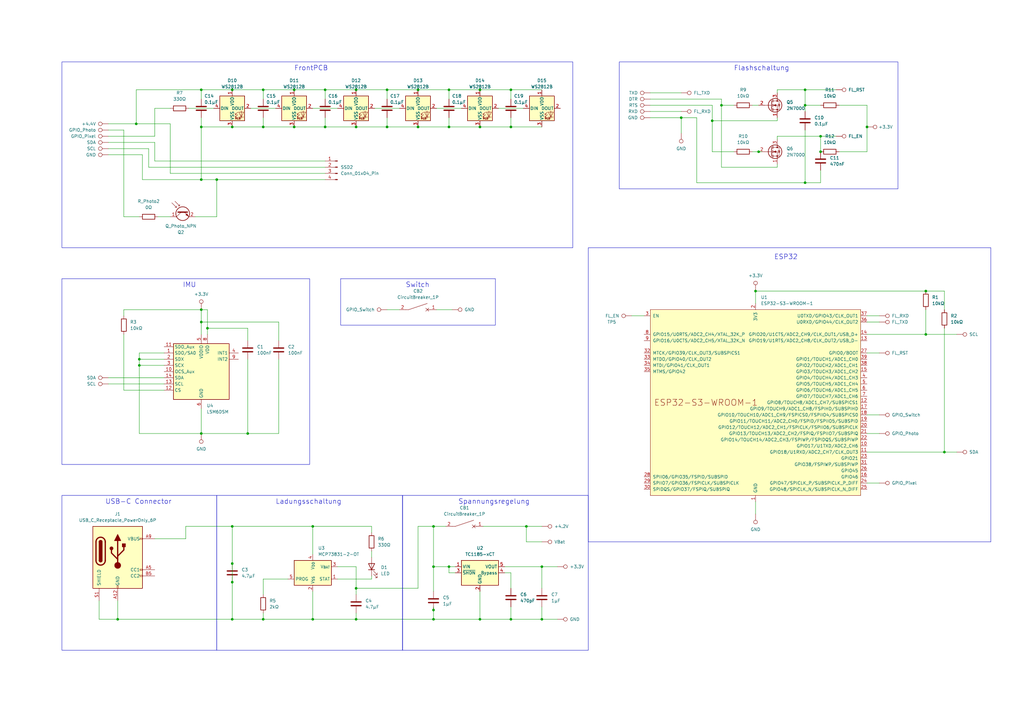
<source format=kicad_sch>
(kicad_sch (version 20230121) (generator eeschema)
  (paper "A3")
  (lib_symbols
    (symbol "Battery_Management:MCP73831-2-OT"
      (property "Reference" "U" (at -7.62 6.35 0))
      (property "Value" "MCP73831-2-OT" (at 1.27 6.35 0))
      (symbol "MCP73831-2-OT_0_1"
        (rectangle (start -7.62 5.08) (end 7.62 -5.08) (stroke (width 0.254)) (fill (type background)))
      )
      (symbol "MCP73831-2-OT_1_1"
        (pin output line (at 10.16 -2.54 180) (length 2.54) (name "STAT") (number "1"))
        (pin power_in line (at 0 -7.62 90) (length 2.54) (name "V_{SS}") (number "2"))
        (pin power_out line (at 10.16 2.54 180) (length 2.54) (name "V_{BAT}") (number "3"))
        (pin power_in line (at 0 7.62 270) (length 2.54) (name "V_{DD}") (number "4"))
        (pin input line (at -10.16 -2.54 0) (length 2.54) (name "PROG") (number "5"))
      )
    )
    (symbol "Connector:Conn_01x04_Pin" (pin_names (offset 1.016) hide)
      (property "Reference" "J" (at 0 5.08 0))
      (property "Value" "Conn_01x04_Pin" (at 0 -7.62 0))
      (symbol "Conn_01x04_Pin_1_1"
        (polyline (pts (xy 1.27 -5.08) (xy 0.8636 -5.08)) (stroke (width 0.1524)))
        (polyline (pts (xy 1.27 -2.54) (xy 0.8636 -2.54)) (stroke (width 0.1524)))
        (polyline (pts (xy 1.27 0) (xy 0.8636 0)) (stroke (width 0.1524)))
        (polyline (pts (xy 1.27 2.54) (xy 0.8636 2.54)) (stroke (width 0.1524)))
        (rectangle (start 0.8636 -4.953) (end 0 -5.207) (stroke (width 0.1524)) (fill (type outline)))
        (rectangle (start 0.8636 -2.413) (end 0 -2.667) (stroke (width 0.1524)) (fill (type outline)))
        (rectangle (start 0.8636 0.127) (end 0 -0.127) (stroke (width 0.1524)) (fill (type outline)))
        (rectangle (start 0.8636 2.667) (end 0 2.413) (stroke (width 0.1524)) (fill (type outline)))
        (pin passive line (at 5.08 2.54 180) (length 3.81) (name "Pin_1") (number "1"))
        (pin passive line (at 5.08 0 180) (length 3.81) (name "Pin_2") (number "2"))
        (pin passive line (at 5.08 -2.54 180) (length 3.81) (name "Pin_3") (number "3"))
        (pin passive line (at 5.08 -5.08 180) (length 3.81) (name "Pin_4") (number "4"))
      )
    )
    (symbol "Connector:TestPoint" (pin_numbers hide) (pin_names (offset 0.762) hide)
      (property "Reference" "TP" (at 0 6.858 0))
      (property "Value" "TestPoint" (at 0 5.08 0))
      (symbol "TestPoint_0_1"
        (circle (center 0 3.302) (radius 0.762))
      )
      (symbol "TestPoint_1_1"
        (pin passive line (at 0 0 90) (length 2.54) (name "1") (number "1"))
      )
    )
    (symbol "Connector:USB_C_Receptacle_PowerOnly_6P" (pin_names (offset 1.016))
      (property "Reference" "J" (at 0 16.51 0))
      (property "Value" "USB_C_Receptacle_PowerOnly_6P" (at 0 13.97 0))
      (symbol "USB_C_Receptacle_PowerOnly_6P_0_0"
        (rectangle (start -0.254 -12.7) (end 0.254 -11.684))
        (rectangle (start 10.16 -7.366) (end 9.144 -7.874))
        (rectangle (start 10.16 -4.826) (end 9.144 -5.334))
        (rectangle (start 10.16 7.874) (end 9.144 7.366))
      )
      (symbol "USB_C_Receptacle_PowerOnly_6P_0_1"
        (rectangle (start -10.16 12.7) (end 10.16 -12.7) (stroke (width 0.254)) (fill (type background)))
        (arc (start -8.89 -1.27) (mid -6.985 -3.1667) (end -5.08 -1.27) (stroke (width 0.508)))
        (arc (start -7.62 -1.27) (mid -6.985 -1.9023) (end -6.35 -1.27) (stroke (width 0.254)))
        (arc (start -7.62 -1.27) (mid -6.985 -1.9023) (end -6.35 -1.27) (stroke (width 0.254)) (fill (type outline)))
        (rectangle (start -7.62 -1.27) (end -6.35 6.35) (stroke (width 0.254)) (fill (type outline)))
        (arc (start -6.35 6.35) (mid -6.985 6.9823) (end -7.62 6.35) (stroke (width 0.254)))
        (arc (start -6.35 6.35) (mid -6.985 6.9823) (end -7.62 6.35) (stroke (width 0.254)) (fill (type outline)))
        (arc (start -5.08 6.35) (mid -6.985 8.2467) (end -8.89 6.35) (stroke (width 0.508)))
        (circle (center -2.54 3.683) (radius 0.635) (stroke (width 0.254)) (fill (type outline)))
        (circle (center 0 -3.302) (radius 1.27) (fill (type outline)))
        (polyline (pts (xy -8.89 -1.27) (xy -8.89 6.35)) (stroke (width 0.508)))
        (polyline (pts (xy -5.08 6.35) (xy -5.08 -1.27)) (stroke (width 0.508)))
        (polyline (pts (xy 0 -3.302) (xy 0 6.858)) (stroke (width 0.508)))
        (polyline (pts (xy 0 -0.762) (xy -2.54 1.778) (xy -2.54 3.048)) (stroke (width 0.508)))
        (polyline (pts (xy 0 0.508) (xy 2.54 3.048) (xy 2.54 4.318)) (stroke (width 0.508)))
        (polyline (pts (xy -1.27 6.858) (xy 0 9.398) (xy 1.27 6.858) (xy -1.27 6.858)) (stroke (width 0.254)) (fill (type outline)))
        (rectangle (start 1.905 4.318) (end 3.175 5.588) (stroke (width 0.254)) (fill (type outline)))
      )
      (symbol "USB_C_Receptacle_PowerOnly_6P_1_1"
        (pin passive line (at 0 -17.78 90) (length 5.08) (name "GND") (number "A12"))
        (pin bidirectional line (at 15.24 -5.08 180) (length 5.08) (name "CC1") (number "A5"))
        (pin passive line (at 15.24 7.62 180) (length 5.08) (name "VBUS") (number "A9"))
        (pin passive line (at 0 -17.78 90) (length 5.08) hide (name "GND") (number "B12"))
        (pin bidirectional line (at 15.24 -7.62 180) (length 5.08) (name "CC2") (number "B5"))
        (pin passive line (at 15.24 7.62 180) (length 5.08) hide (name "VBUS") (number "B9"))
        (pin passive line (at -7.62 -17.78 90) (length 5.08) (name "SHIELD") (number "S1"))
      )
    )
    (symbol "Device:C" (pin_numbers hide) (pin_names (offset 0.254))
      (property "Reference" "C" (at 0.635 2.54 0))
      (property "Value" "C" (at 0.635 -2.54 0))
      (symbol "C_0_1"
        (polyline (pts (xy -2.032 -0.762) (xy 2.032 -0.762)) (stroke (width 0.508)))
        (polyline (pts (xy -2.032 0.762) (xy 2.032 0.762)) (stroke (width 0.508)))
      )
      (symbol "C_1_1"
        (pin passive line (at 0 3.81 270) (length 2.794) (name "~") (number "1"))
        (pin passive line (at 0 -3.81 90) (length 2.794) (name "~") (number "2"))
      )
    )
    (symbol "Device:CircuitBreaker_1P"
      (property "Reference" "CB" (at 1.905 0 0))
      (property "Value" "CircuitBreaker_1P" (at 1.905 1.905 0))
      (symbol "CircuitBreaker_1P_0_1"
        (polyline (pts (xy 0 -5.08) (xy 0 -3.81)))
        (polyline (pts (xy 0 -3.81) (xy -2.54 3.81)))
      )
      (symbol "CircuitBreaker_1P_1_1"
        (polyline (pts (xy -0.635 4.445) (xy 0.635 3.175)))
        (polyline (pts (xy 0 5.08) (xy 0 3.81)))
        (polyline (pts (xy 0.635 4.445) (xy -0.635 3.175)))
        (pin passive line (at 0 7.62 270) (length 2.54) (name "~") (number "1"))
        (pin passive line (at 0 -7.62 90) (length 2.54) (name "~") (number "2"))
      )
    )
    (symbol "Device:LED" (pin_numbers hide) (pin_names (offset 1.016) hide)
      (property "Reference" "D" (at 0 2.54 0))
      (property "Value" "LED" (at 0 -2.54 0))
      (symbol "LED_0_1"
        (polyline (pts (xy -1.27 -1.27) (xy -1.27 1.27)) (stroke (width 0.254)))
        (polyline (pts (xy -1.27 0) (xy 1.27 0)))
        (polyline (pts (xy 1.27 -1.27) (xy 1.27 1.27) (xy -1.27 0) (xy 1.27 -1.27)) (stroke (width 0.254)))
        (polyline (pts (xy -3.048 -0.762) (xy -4.572 -2.286) (xy -3.81 -2.286) (xy -4.572 -2.286) (xy -4.572 -1.524)))
        (polyline (pts (xy -1.778 -0.762) (xy -3.302 -2.286) (xy -2.54 -2.286) (xy -3.302 -2.286) (xy -3.302 -1.524)))
      )
      (symbol "LED_1_1"
        (pin passive line (at -3.81 0 0) (length 2.54) (name "K") (number "1"))
        (pin passive line (at 3.81 0 180) (length 2.54) (name "A") (number "2"))
      )
    )
    (symbol "Device:Q_Photo_NPN" (pin_names (offset 0) hide)
      (property "Reference" "Q" (at 5.08 1.27 0))
      (property "Value" "Q_Photo_NPN" (at 5.08 -1.27 0))
      (symbol "Q_Photo_NPN_0_1"
        (polyline (pts (xy -1.905 1.27) (xy -2.54 1.27)))
        (polyline (pts (xy -1.27 2.54) (xy -1.905 2.54)))
        (polyline (pts (xy 0.635 0.635) (xy 2.54 2.54)))
        (polyline (pts (xy -3.81 3.175) (xy -1.905 1.27) (xy -1.905 1.905)))
        (polyline (pts (xy -3.175 4.445) (xy -1.27 2.54) (xy -1.27 3.175)))
        (polyline (pts (xy 0.635 -0.635) (xy 2.54 -2.54) (xy 2.54 -2.54)))
        (polyline (pts (xy 0.635 1.905) (xy 0.635 -1.905) (xy 0.635 -1.905)) (stroke (width 0.508)))
        (polyline (pts (xy 1.27 -1.778) (xy 1.778 -1.27) (xy 2.286 -2.286) (xy 1.27 -1.778) (xy 1.27 -1.778)) (fill (type outline)))
        (circle (center 1.27 0) (radius 2.8194) (stroke (width 0.254)))
      )
      (symbol "Q_Photo_NPN_1_1"
        (pin passive line (at 2.54 5.08 270) (length 2.54) (name "C") (number "1"))
        (pin passive line (at 2.54 -5.08 90) (length 2.54) (name "E") (number "2"))
      )
    )
    (symbol "Device:R" (pin_numbers hide) (pin_names (offset 0))
      (property "Reference" "R" (at 2.032 0 90))
      (property "Value" "R" (at 0 0 90))
      (symbol "R_0_1"
        (rectangle (start -1.016 -2.54) (end 1.016 2.54) (stroke (width 0.254)))
      )
      (symbol "R_1_1"
        (pin passive line (at 0 3.81 270) (length 1.27) (name "~") (number "1"))
        (pin passive line (at 0 -3.81 90) (length 1.27) (name "~") (number "2"))
      )
    )
    (symbol "LED:WS2812B" (pin_names (offset 0.254))
      (property "Reference" "D" (at 5.08 5.715 0))
      (property "Value" "WS2812B" (at 1.27 -5.715 0))
      (symbol "WS2812B_0_0"
        (text "RGB" (at 2.286 -4.191 0) (effects (font (size 0.762 0.762))))
      )
      (symbol "WS2812B_0_1"
        (polyline (pts (xy 1.27 -3.556) (xy 1.778 -3.556)))
        (polyline (pts (xy 1.27 -2.54) (xy 1.778 -2.54)))
        (polyline (pts (xy 4.699 -3.556) (xy 2.667 -3.556)))
        (polyline (pts (xy 2.286 -2.54) (xy 1.27 -3.556) (xy 1.27 -3.048)))
        (polyline (pts (xy 2.286 -1.524) (xy 1.27 -2.54) (xy 1.27 -2.032)))
        (polyline (pts (xy 3.683 -1.016) (xy 3.683 -3.556) (xy 3.683 -4.064)))
        (polyline (pts (xy 4.699 -1.524) (xy 2.667 -1.524) (xy 3.683 -3.556) (xy 4.699 -1.524)))
        (rectangle (start 5.08 5.08) (end -5.08 -5.08) (stroke (width 0.254)) (fill (type background)))
      )
      (symbol "WS2812B_1_1"
        (pin power_in line (at 0 7.62 270) (length 2.54) (name "VDD") (number "1"))
        (pin output line (at 7.62 0 180) (length 2.54) (name "DOUT") (number "2"))
        (pin power_in line (at 0 -7.62 90) (length 2.54) (name "VSS") (number "3"))
        (pin input line (at -7.62 0 0) (length 2.54) (name "DIN") (number "4"))
      )
    )
    (symbol "PCM_Espressif:ESP32-S3-WROOM-1" (pin_names (offset 1.016))
      (property "Reference" "U" (at -43.18 43.18 0))
      (property "Value" "ESP32-S3-WROOM-1" (at -43.18 40.64 0))
      (symbol "ESP32-S3-WROOM-1_0_0"
        (text "ESP32-S3-WROOM-1" (at -20.32 0 0) (effects (font (size 2.54 2.54))))
        (pin power_in line (at 0 -40.64 90) (length 2.54) (name "GND") (number "1"))
        (pin bidirectional line (at 45.72 -17.78 180) (length 2.54) (name "GPIO17/U1TXD/ADC2_CH6") (number "10"))
        (pin bidirectional line (at 45.72 -20.32 180) (length 2.54) (name "GPIO18/U1RXD/ADC2_CH7/CLK_OUT3") (number "11"))
        (pin bidirectional line (at 45.72 0 180) (length 2.54) (name "GPIO8/TOUCH8/ADC1_CH7/SUBSPICS1") (number "12"))
        (pin bidirectional line (at 45.72 25.4 180) (length 2.54) (name "GPIO19/U1RTS/ADC2_CH8/CLK_OUT2/USB_D-") (number "13"))
        (pin bidirectional line (at 45.72 27.94 180) (length 2.54) (name "GPIO20/U1CTS/ADC2_CH9/CLK_OUT1/USB_D+") (number "14"))
        (pin bidirectional line (at 45.72 12.7 180) (length 2.54) (name "GPIO3/TOUCH3/ADC1_CH2") (number "15"))
        (pin bidirectional line (at 45.72 -30.48 180) (length 2.54) (name "GPIO46") (number "16"))
        (pin bidirectional line (at 45.72 -2.54 180) (length 2.54) (name "GPIO9/TOUCH9/ADC1_CH8/FSPIHD/SUBSPIHD") (number "17"))
        (pin bidirectional line (at 45.72 -5.08 180) (length 2.54) (name "GPIO10/TOUCH10/ADC1_CH9/FSPICS0/FSPIIO4/SUBSPICS0") (number "18"))
        (pin bidirectional line (at 45.72 -7.62 180) (length 2.54) (name "GPIO11/TOUCH11/ADC2_CH0/FSPID/FSPIIO5/SUBSPID") (number "19"))
        (pin power_in line (at 0 40.64 270) (length 2.54) (name "3V3") (number "2"))
        (pin bidirectional line (at 45.72 -10.16 180) (length 2.54) (name "GPIO12/TOUCH12/ADC2_CH1/FSPICLK/FSPIIO6/SUBSPICLK") (number "20"))
        (pin bidirectional line (at 45.72 -12.7 180) (length 2.54) (name "GPIO13/TOUCH13/ADC2_CH2/FSPIQ/FSPIIO7/SUBSPIQ") (number "21"))
        (pin bidirectional line (at 45.72 -15.24 180) (length 2.54) (name "GPIO14/TOUCH14/ADC2_CH3/FSPIWP/FSPIDQS/SUBSPIWP") (number "22"))
        (pin bidirectional line (at 45.72 -22.86 180) (length 2.54) (name "GPIO21") (number "23"))
        (pin bidirectional line (at 45.72 -33.02 180) (length 2.54) (name "GPIO47/SPICLK_P/SUBSPICLK_P_DIFF") (number "24"))
        (pin bidirectional line (at 45.72 -35.56 180) (length 2.54) (name "GPIO48/SPICLK_N/SUBSPICLK_N_DIFF") (number "25"))
        (pin bidirectional line (at 45.72 -27.94 180) (length 2.54) (name "GPIO45") (number "26"))
        (pin bidirectional line (at 45.72 20.32 180) (length 2.54) (name "GPIO0/BOOT") (number "27"))
        (pin bidirectional line (at -45.72 -30.48 0) (length 2.54) (name "SPIIO6/GPIO35/FSPID/SUBSPID") (number "28"))
        (pin bidirectional line (at -45.72 -33.02 0) (length 2.54) (name "SPIIO7/GPIO36/FSPICLK/SUBSPICLK") (number "29"))
        (pin input line (at -45.72 35.56 0) (length 2.54) (name "EN") (number "3"))
        (pin bidirectional line (at -45.72 -35.56 0) (length 2.54) (name "SPIDQS/GPIO37/FSPIQ/SUBSPIQ") (number "30"))
        (pin bidirectional line (at 45.72 -25.4 180) (length 2.54) (name "GPIO38/FSPIWP/SUBSPIWP") (number "31"))
        (pin bidirectional line (at -45.72 20.32 0) (length 2.54) (name "MTCK/GPIO39/CLK_OUT3/SUBSPICS1") (number "32"))
        (pin bidirectional line (at -45.72 17.78 0) (length 2.54) (name "MTDO/GPIO40/CLK_OUT2") (number "33"))
        (pin bidirectional line (at -45.72 15.24 0) (length 2.54) (name "MTDI/GPIO41/CLK_OUT1") (number "34"))
        (pin bidirectional line (at -45.72 12.7 0) (length 2.54) (name "MTMS/GPIO42") (number "35"))
        (pin bidirectional line (at 45.72 33.02 180) (length 2.54) (name "U0RXD/GPIO44/CLK_OUT2") (number "36"))
        (pin bidirectional line (at 45.72 35.56 180) (length 2.54) (name "U0TXD/GPIO43/CLK_OUT1") (number "37"))
        (pin bidirectional line (at 45.72 15.24 180) (length 2.54) (name "GPIO2/TOUCH2/ADC1_CH1") (number "38"))
        (pin bidirectional line (at 45.72 17.78 180) (length 2.54) (name "GPIO1/TOUCH1/ADC1_CH0") (number "39"))
        (pin bidirectional line (at 45.72 10.16 180) (length 2.54) (name "GPIO4/TOUCH4/ADC1_CH3") (number "4"))
        (pin passive line (at 0 -40.64 90) (length 2.54) hide (name "GND") (number "40"))
        (pin passive line (at 0 -40.64 90) (length 2.54) hide (name "GND") (number "41"))
        (pin bidirectional line (at 45.72 7.62 180) (length 2.54) (name "GPIO5/TOUCH5/ADC1_CH4") (number "5"))
        (pin bidirectional line (at 45.72 5.08 180) (length 2.54) (name "GPIO6/TOUCH6/ADC1_CH5") (number "6"))
        (pin bidirectional line (at 45.72 2.54 180) (length 2.54) (name "GPIO7/TOUCH7/ADC1_CH6") (number "7"))
        (pin bidirectional line (at -45.72 27.94 0) (length 2.54) (name "GPIO15/U0RTS/ADC2_CH4/XTAL_32K_P") (number "8"))
        (pin bidirectional line (at -45.72 25.4 0) (length 2.54) (name "GPIO16/U0CTS/ADC2_CH5/XTAL_32K_N") (number "9"))
      )
      (symbol "ESP32-S3-WROOM-1_0_1"
        (rectangle (start -43.18 38.1) (end 43.18 -38.1) (fill (type background)))
      )
    )
    (symbol "Regulator_Linear:TC1185-xCT"
      (property "Reference" "U" (at -6.35 6.35 0))
      (property "Value" "TC1185-xCT" (at 0 6.35 0))
      (symbol "TC1185-xCT_0_1"
        (rectangle (start -7.62 5.08) (end 7.62 -5.08) (stroke (width 0.254)) (fill (type background)))
      )
      (symbol "TC1185-xCT_1_1"
        (pin power_in line (at -10.16 2.54 0) (length 2.54) (name "VIN") (number "1"))
        (pin power_in line (at 0 -7.62 90) (length 2.54) (name "GND") (number "2"))
        (pin input line (at -10.16 0 0) (length 2.54) (name "~{SHDN}") (number "3"))
        (pin passive line (at 10.16 0 180) (length 2.54) (name "Bypass") (number "4"))
        (pin power_out line (at 10.16 2.54 180) (length 2.54) (name "VOUT") (number "5"))
      )
    )
    (symbol "Sensor_Motion:LSM6DSM"
      (property "Reference" "U" (at -11.43 15.24 0))
      (property "Value" "LSM6DSM" (at -11.43 12.7 0))
      (symbol "LSM6DSM_0_1"
        (rectangle (start 11.43 11.43) (end -11.43 -11.43) (stroke (width 0.254)) (fill (type background)))
      )
      (symbol "LSM6DSM_1_1"
        (pin bidirectional line (at -15.24 7.62 0) (length 3.81) (name "SDO/SA0") (number "1"))
        (pin passive line (at -15.24 0 0) (length 3.81) (name "OCS_Aux") (number "10"))
        (pin bidirectional line (at -15.24 10.16 0) (length 3.81) (name "SDO_Aux") (number "11"))
        (pin input line (at -15.24 -7.62 0) (length 3.81) (name "CS") (number "12"))
        (pin input line (at -15.24 -5.08 0) (length 3.81) (name "SCL") (number "13"))
        (pin bidirectional line (at -15.24 -2.54 0) (length 3.81) (name "SDA") (number "14"))
        (pin bidirectional line (at -15.24 5.08 0) (length 3.81) (name "SDX") (number "2"))
        (pin input line (at -15.24 2.54 0) (length 3.81) (name "SCX") (number "3"))
        (pin output line (at 15.24 7.62 180) (length 3.81) (name "INT1") (number "4"))
        (pin power_in line (at 0 15.24 270) (length 3.81) (name "VDDIO") (number "5"))
        (pin power_in line (at 0 -15.24 90) (length 3.81) (name "GND") (number "6"))
        (pin passive line (at 0 -15.24 90) (length 3.81) hide (name "GND") (number "7"))
        (pin power_in line (at 2.54 15.24 270) (length 3.81) (name "VDD") (number "8"))
        (pin output line (at 15.24 5.08 180) (length 3.81) (name "INT2") (number "9"))
      )
    )
    (symbol "Transistor_FET:2N7000" (pin_names hide)
      (property "Reference" "Q" (at 5.08 1.905 0))
      (property "Value" "2N7000" (at 5.08 0 0))
      (symbol "2N7000_0_1"
        (polyline (pts (xy 0.254 0) (xy -2.54 0)))
        (polyline (pts (xy 0.254 1.905) (xy 0.254 -1.905)) (stroke (width 0.254)))
        (polyline (pts (xy 0.762 -1.27) (xy 0.762 -2.286)) (stroke (width 0.254)))
        (polyline (pts (xy 0.762 0.508) (xy 0.762 -0.508)) (stroke (width 0.254)))
        (polyline (pts (xy 0.762 2.286) (xy 0.762 1.27)) (stroke (width 0.254)))
        (polyline (pts (xy 2.54 2.54) (xy 2.54 1.778)))
        (polyline (pts (xy 2.54 -2.54) (xy 2.54 0) (xy 0.762 0)))
        (polyline (pts (xy 0.762 -1.778) (xy 3.302 -1.778) (xy 3.302 1.778) (xy 0.762 1.778)))
        (polyline (pts (xy 1.016 0) (xy 2.032 0.381) (xy 2.032 -0.381) (xy 1.016 0)) (fill (type outline)))
        (polyline (pts (xy 2.794 0.508) (xy 2.921 0.381) (xy 3.683 0.381) (xy 3.81 0.254)))
        (polyline (pts (xy 3.302 0.381) (xy 2.921 -0.254) (xy 3.683 -0.254) (xy 3.302 0.381)))
        (circle (center 1.651 0) (radius 2.794) (stroke (width 0.254)))
        (circle (center 2.54 -1.778) (radius 0.254) (fill (type outline)))
        (circle (center 2.54 1.778) (radius 0.254) (fill (type outline)))
      )
      (symbol "2N7000_1_1"
        (pin passive line (at 2.54 -5.08 90) (length 2.54) (name "S") (number "1"))
        (pin input line (at -5.08 0 0) (length 2.54) (name "G") (number "2"))
        (pin passive line (at 2.54 5.08 270) (length 2.54) (name "D") (number "3"))
      )
    )
  )
  (junction (at 128.27 254))
  (junction (at 184.15 36.83))
  (junction (at 209.55 52.07))
  (junction (at 171.45 36.83))
  (junction (at 177.8 250.19))
  (junction (at 82.55 127))
  (junction (at 120.65 52.07))
  (junction (at 209.55 254))
  (junction (at 177.8 232.41))
  (junction (at 133.35 52.07))
  (junction (at 279.4 48.26))
  (junction (at 95.25 215.9))
  (junction (at 95.25 231.14))
  (junction (at 209.55 36.83))
  (junction (at 57.15 147.32))
  (junction (at 85.09 134.62))
  (junction (at 57.15 149.86))
  (junction (at 177.8 215.9))
  (junction (at 196.85 52.07))
  (junction (at 146.05 36.83))
  (junction (at 95.25 36.83))
  (junction (at 82.55 132.08))
  (junction (at 107.95 254))
  (junction (at 295.91 43.18))
  (junction (at 133.35 36.83))
  (junction (at 330.2 43.18))
  (junction (at 196.85 254))
  (junction (at 128.27 215.9))
  (junction (at 330.2 74.93))
  (junction (at 177.8 254))
  (junction (at 146.05 254))
  (junction (at 387.35 185.42))
  (junction (at 215.9 215.9))
  (junction (at 101.6 177.8))
  (junction (at 95.25 52.07))
  (junction (at 107.95 52.07))
  (junction (at 82.55 177.8))
  (junction (at 330.2 36.83))
  (junction (at 48.26 254))
  (junction (at 146.05 52.07))
  (junction (at 82.55 36.83))
  (junction (at 55.88 50.8))
  (junction (at 107.95 36.83))
  (junction (at 184.15 52.07))
  (junction (at 311.15 62.23))
  (junction (at 336.55 62.23))
  (junction (at 379.73 137.16))
  (junction (at 158.75 52.07))
  (junction (at 82.55 73.66))
  (junction (at 184.15 232.41))
  (junction (at 222.25 232.41))
  (junction (at 95.25 238.76))
  (junction (at 379.73 119.38))
  (junction (at 196.85 36.83))
  (junction (at 82.55 52.07))
  (junction (at 146.05 241.3))
  (junction (at 95.25 254))
  (junction (at 336.55 55.88))
  (junction (at 309.88 119.38))
  (junction (at 222.25 254))
  (junction (at 88.9 73.66))
  (junction (at 355.6 52.07))
  (junction (at 292.1 49.53))
  (junction (at 171.45 52.07))
  (junction (at 158.75 36.83))
  (junction (at 120.65 36.83))
  (wire (pts (xy 44.45 58.42) (xy 63.5 58.42)))
  (wire (pts (xy 158.75 127) (xy 163.83 127)))
  (wire (pts (xy 101.6 147.32) (xy 101.6 177.8)))
  (wire (pts (xy 133.35 36.83) (xy 133.35 40.64)))
  (wire (pts (xy 57.15 149.86) (xy 57.15 177.8)))
  (wire (pts (xy 95.25 36.83) (xy 107.95 36.83)))
  (wire (pts (xy 146.05 52.07) (xy 133.35 52.07)))
  (wire (pts (xy 69.85 44.45) (xy 63.5 44.45)))
  (wire (pts (xy 128.27 242.57) (xy 128.27 254)))
  (wire (pts (xy 107.95 237.49) (xy 107.95 243.84)))
  (wire (pts (xy 146.05 52.07) (xy 158.75 52.07)))
  (wire (pts (xy 57.15 177.8) (xy 82.55 177.8)))
  (wire (pts (xy 295.91 68.58) (xy 318.77 68.58)))
  (wire (pts (xy 63.5 44.45) (xy 63.5 55.88)))
  (wire (pts (xy 355.6 144.78) (xy 360.68 144.78)))
  (wire (pts (xy 222.25 232.41) (xy 228.6 232.41)))
  (wire (pts (xy 184.15 232.41) (xy 186.69 232.41)))
  (wire (pts (xy 44.45 60.96) (xy 60.96 60.96)))
  (wire (pts (xy 67.31 147.32) (xy 57.15 147.32)))
  (wire (pts (xy 355.6 177.8) (xy 360.68 177.8)))
  (wire (pts (xy 196.85 52.07) (xy 209.55 52.07)))
  (wire (pts (xy 64.77 88.9) (xy 69.85 88.9)))
  (wire (pts (xy 80.01 88.9) (xy 88.9 88.9)))
  (wire (pts (xy 128.27 254) (xy 146.05 254)))
  (wire (pts (xy 279.4 48.26) (xy 285.75 48.26)))
  (wire (pts (xy 355.6 170.18) (xy 360.68 170.18)))
  (wire (pts (xy 76.2 220.98) (xy 76.2 215.9)))
  (wire (pts (xy 184.15 234.95) (xy 184.15 232.41)))
  (wire (pts (xy 63.5 58.42) (xy 63.5 66.04)))
  (wire (pts (xy 85.09 137.16) (xy 85.09 134.62)))
  (wire (pts (xy 82.55 127) (xy 82.55 132.08)))
  (wire (pts (xy 107.95 237.49) (xy 118.11 237.49)))
  (wire (pts (xy 58.42 63.5) (xy 58.42 73.66)))
  (wire (pts (xy 177.8 250.19) (xy 177.8 254)))
  (wire (pts (xy 186.69 234.95) (xy 184.15 234.95)))
  (wire (pts (xy 82.55 132.08) (xy 82.55 137.16)))
  (wire (pts (xy 355.6 137.16) (xy 379.73 137.16)))
  (wire (pts (xy 171.45 36.83) (xy 184.15 36.83)))
  (wire (pts (xy 128.27 215.9) (xy 128.27 227.33)))
  (wire (pts (xy 146.05 254) (xy 177.8 254)))
  (wire (pts (xy 95.25 215.9) (xy 128.27 215.9)))
  (wire (pts (xy 336.55 55.88) (xy 342.9 55.88)))
  (wire (pts (xy 387.35 185.42) (xy 392.43 185.42)))
  (wire (pts (xy 209.55 248.92) (xy 209.55 254)))
  (wire (pts (xy 196.85 52.07) (xy 184.15 52.07)))
  (wire (pts (xy 184.15 52.07) (xy 184.15 48.26)))
  (wire (pts (xy 209.55 36.83) (xy 209.55 40.64)))
  (wire (pts (xy 177.8 232.41) (xy 184.15 232.41)))
  (wire (pts (xy 318.77 36.83) (xy 330.2 36.83)))
  (wire (pts (xy 266.7 45.72) (xy 279.4 45.72)))
  (wire (pts (xy 95.25 254) (xy 95.25 238.76)))
  (wire (pts (xy 207.01 234.95) (xy 209.55 234.95)))
  (wire (pts (xy 82.55 36.83) (xy 55.88 36.83)))
  (wire (pts (xy 44.45 63.5) (xy 58.42 63.5)))
  (wire (pts (xy 101.6 134.62) (xy 85.09 134.62)))
  (wire (pts (xy 222.25 232.41) (xy 222.25 241.3)))
  (wire (pts (xy 209.55 254) (xy 222.25 254)))
  (wire (pts (xy 60.96 68.58) (xy 133.35 68.58)))
  (wire (pts (xy 146.05 251.46) (xy 146.05 254)))
  (wire (pts (xy 63.5 220.98) (xy 76.2 220.98)))
  (wire (pts (xy 133.35 71.12) (xy 69.85 71.12)))
  (wire (pts (xy 57.15 147.32) (xy 57.15 149.86)))
  (wire (pts (xy 120.65 52.07) (xy 133.35 52.07)))
  (wire (pts (xy 292.1 49.53) (xy 292.1 62.23)))
  (wire (pts (xy 82.55 36.83) (xy 82.55 40.64)))
  (wire (pts (xy 311.15 62.23) (xy 312.42 62.23)))
  (wire (pts (xy 318.77 57.15) (xy 318.77 55.88)))
  (wire (pts (xy 295.91 43.18) (xy 300.99 43.18)))
  (wire (pts (xy 82.55 52.07) (xy 82.55 48.26)))
  (wire (pts (xy 69.85 71.12) (xy 69.85 50.8)))
  (wire (pts (xy 266.7 40.64) (xy 295.91 40.64)))
  (wire (pts (xy 318.77 38.1) (xy 318.77 36.83)))
  (wire (pts (xy 158.75 52.07) (xy 158.75 48.26)))
  (wire (pts (xy 308.61 43.18) (xy 311.15 43.18)))
  (wire (pts (xy 50.8 88.9) (xy 57.15 88.9)))
  (wire (pts (xy 57.15 149.86) (xy 67.31 149.86)))
  (wire (pts (xy 58.42 73.66) (xy 82.55 73.66)))
  (wire (pts (xy 63.5 55.88) (xy 44.45 55.88)))
  (wire (pts (xy 48.26 254) (xy 95.25 254)))
  (wire (pts (xy 295.91 43.18) (xy 295.91 68.58)))
  (wire (pts (xy 222.25 254) (xy 228.6 254)))
  (wire (pts (xy 114.3 139.7) (xy 114.3 132.08)))
  (wire (pts (xy 355.6 43.18) (xy 344.17 43.18)))
  (wire (pts (xy 40.64 254) (xy 48.26 254)))
  (wire (pts (xy 63.5 66.04) (xy 133.35 66.04)))
  (wire (pts (xy 67.31 144.78) (xy 57.15 144.78)))
  (wire (pts (xy 215.9 222.25) (xy 215.9 215.9)))
  (wire (pts (xy 40.64 246.38) (xy 40.64 254)))
  (wire (pts (xy 152.4 237.49) (xy 152.4 236.22)))
  (wire (pts (xy 44.45 154.94) (xy 67.31 154.94)))
  (wire (pts (xy 88.9 73.66) (xy 133.35 73.66)))
  (wire (pts (xy 387.35 127) (xy 387.35 119.38)))
  (wire (pts (xy 50.8 129.54) (xy 50.8 127)))
  (wire (pts (xy 120.65 36.83) (xy 133.35 36.83)))
  (wire (pts (xy 222.25 248.92) (xy 222.25 254)))
  (wire (pts (xy 330.2 43.18) (xy 336.55 43.18)))
  (wire (pts (xy 55.88 50.8) (xy 44.45 50.8)))
  (wire (pts (xy 196.85 36.83) (xy 184.15 36.83)))
  (wire (pts (xy 207.01 232.41) (xy 222.25 232.41)))
  (wire (pts (xy 204.47 44.45) (xy 214.63 44.45)))
  (wire (pts (xy 50.8 137.16) (xy 50.8 160.02)))
  (wire (pts (xy 57.15 144.78) (xy 57.15 147.32)))
  (wire (pts (xy 152.4 226.06) (xy 152.4 228.6)))
  (wire (pts (xy 107.95 254) (xy 128.27 254)))
  (wire (pts (xy 171.45 215.9) (xy 177.8 215.9)))
  (wire (pts (xy 120.65 36.83) (xy 107.95 36.83)))
  (wire (pts (xy 387.35 134.62) (xy 387.35 185.42)))
  (wire (pts (xy 259.08 129.54) (xy 264.16 129.54)))
  (wire (pts (xy 177.8 215.9) (xy 177.8 232.41)))
  (wire (pts (xy 330.2 36.83) (xy 330.2 43.18)))
  (wire (pts (xy 209.55 52.07) (xy 209.55 48.26)))
  (wire (pts (xy 55.88 36.83) (xy 55.88 50.8)))
  (wire (pts (xy 152.4 215.9) (xy 152.4 218.44)))
  (wire (pts (xy 133.35 52.07) (xy 133.35 48.26)))
  (wire (pts (xy 198.12 215.9) (xy 215.9 215.9)))
  (wire (pts (xy 171.45 52.07) (xy 184.15 52.07)))
  (wire (pts (xy 379.73 137.16) (xy 392.43 137.16)))
  (wire (pts (xy 285.75 48.26) (xy 285.75 74.93)))
  (wire (pts (xy 107.95 52.07) (xy 107.95 48.26)))
  (wire (pts (xy 88.9 73.66) (xy 88.9 88.9)))
  (wire (pts (xy 128.27 215.9) (xy 152.4 215.9)))
  (wire (pts (xy 50.8 160.02) (xy 67.31 160.02)))
  (wire (pts (xy 138.43 232.41) (xy 146.05 232.41)))
  (wire (pts (xy 330.2 74.93) (xy 336.55 74.93)))
  (wire (pts (xy 308.61 62.23) (xy 311.15 62.23)))
  (wire (pts (xy 48.26 246.38) (xy 48.26 254)))
  (wire (pts (xy 330.2 43.18) (xy 330.2 45.72)))
  (wire (pts (xy 266.7 48.26) (xy 279.4 48.26)))
  (wire (pts (xy 292.1 49.53) (xy 318.77 49.53)))
  (wire (pts (xy 95.25 254) (xy 107.95 254)))
  (wire (pts (xy 222.25 222.25) (xy 215.9 222.25)))
  (wire (pts (xy 60.96 60.96) (xy 60.96 68.58)))
  (wire (pts (xy 101.6 177.8) (xy 82.55 177.8)))
  (wire (pts (xy 95.25 52.07) (xy 107.95 52.07)))
  (wire (pts (xy 146.05 36.83) (xy 133.35 36.83)))
  (wire (pts (xy 114.3 147.32) (xy 114.3 177.8)))
  (wire (pts (xy 82.55 167.64) (xy 82.55 177.8)))
  (wire (pts (xy 309.88 119.38) (xy 379.73 119.38)))
  (wire (pts (xy 107.95 36.83) (xy 107.95 40.64)))
  (wire (pts (xy 146.05 241.3) (xy 171.45 241.3)))
  (wire (pts (xy 387.35 119.38) (xy 379.73 119.38)))
  (wire (pts (xy 177.8 232.41) (xy 177.8 242.57)))
  (wire (pts (xy 146.05 241.3) (xy 146.05 243.84)))
  (wire (pts (xy 85.09 134.62) (xy 85.09 127)))
  (wire (pts (xy 179.07 127) (xy 185.42 127)))
  (wire (pts (xy 295.91 40.64) (xy 295.91 43.18)))
  (wire (pts (xy 50.8 127) (xy 82.55 127)))
  (wire (pts (xy 95.25 52.07) (xy 82.55 52.07)))
  (wire (pts (xy 171.45 36.83) (xy 158.75 36.83)))
  (wire (pts (xy 101.6 139.7) (xy 101.6 134.62)))
  (wire (pts (xy 114.3 177.8) (xy 101.6 177.8)))
  (wire (pts (xy 318.77 48.26) (xy 318.77 49.53)))
  (wire (pts (xy 152.4 237.49) (xy 138.43 237.49)))
  (wire (pts (xy 44.45 53.34) (xy 50.8 53.34)))
  (wire (pts (xy 266.7 38.1) (xy 279.4 38.1)))
  (wire (pts (xy 285.75 74.93) (xy 330.2 74.93)))
  (wire (pts (xy 222.25 52.07) (xy 209.55 52.07)))
  (wire (pts (xy 50.8 53.34) (xy 50.8 88.9)))
  (wire (pts (xy 184.15 36.83) (xy 184.15 40.64)))
  (wire (pts (xy 300.99 62.23) (xy 292.1 62.23)))
  (wire (pts (xy 215.9 215.9) (xy 222.25 215.9)))
  (wire (pts (xy 120.65 52.07) (xy 107.95 52.07)))
  (wire (pts (xy 153.67 44.45) (xy 163.83 44.45)))
  (wire (pts (xy 344.17 62.23) (xy 355.6 62.23)))
  (wire (pts (xy 355.6 52.07) (xy 355.6 62.23)))
  (wire (pts (xy 309.88 210.82) (xy 309.88 205.74)))
  (wire (pts (xy 95.25 238.76) (xy 95.25 231.14)))
  (wire (pts (xy 318.77 67.31) (xy 318.77 68.58)))
  (wire (pts (xy 95.25 36.83) (xy 82.55 36.83)))
  (wire (pts (xy 330.2 53.34) (xy 330.2 74.93)))
  (wire (pts (xy 95.25 215.9) (xy 95.25 231.14)))
  (wire (pts (xy 177.8 215.9) (xy 182.88 215.9)))
  (wire (pts (xy 209.55 234.95) (xy 209.55 241.3)))
  (wire (pts (xy 379.73 127) (xy 379.73 137.16)))
  (wire (pts (xy 76.2 215.9) (xy 95.25 215.9)))
  (wire (pts (xy 309.88 124.46) (xy 309.88 119.38)))
  (wire (pts (xy 114.3 132.08) (xy 82.55 132.08)))
  (wire (pts (xy 279.4 48.26) (xy 279.4 54.61)))
  (wire (pts (xy 128.27 44.45) (xy 138.43 44.45)))
  (wire (pts (xy 102.87 44.45) (xy 113.03 44.45)))
  (wire (pts (xy 44.45 157.48) (xy 67.31 157.48)))
  (wire (pts (xy 196.85 242.57) (xy 196.85 254)))
  (wire (pts (xy 355.6 43.18) (xy 355.6 52.07)))
  (wire (pts (xy 171.45 52.07) (xy 158.75 52.07)))
  (wire (pts (xy 196.85 254) (xy 209.55 254)))
  (wire (pts (xy 222.25 36.83) (xy 209.55 36.83)))
  (wire (pts (xy 292.1 43.18) (xy 292.1 49.53)))
  (wire (pts (xy 82.55 52.07) (xy 82.55 73.66)))
  (wire (pts (xy 177.8 248.92) (xy 177.8 250.19)))
  (wire (pts (xy 77.47 44.45) (xy 87.63 44.45)))
  (wire (pts (xy 355.6 132.08) (xy 360.68 132.08)))
  (wire (pts (xy 196.85 36.83) (xy 209.55 36.83)))
  (wire (pts (xy 355.6 129.54) (xy 360.68 129.54)))
  (wire (pts (xy 336.55 55.88) (xy 336.55 62.23)))
  (wire (pts (xy 82.55 73.66) (xy 88.9 73.66)))
  (wire (pts (xy 355.6 198.12) (xy 360.68 198.12)))
  (wire (pts (xy 69.85 50.8) (xy 55.88 50.8)))
  (wire (pts (xy 266.7 43.18) (xy 292.1 43.18)))
  (wire (pts (xy 146.05 232.41) (xy 146.05 241.3)))
  (wire (pts (xy 177.8 254) (xy 196.85 254)))
  (wire (pts (xy 146.05 36.83) (xy 158.75 36.83)))
  (wire (pts (xy 355.6 185.42) (xy 387.35 185.42)))
  (wire (pts (xy 85.09 127) (xy 82.55 127)))
  (wire (pts (xy 171.45 241.3) (xy 171.45 215.9)))
  (wire (pts (xy 107.95 251.46) (xy 107.95 254)))
  (wire (pts (xy 318.77 55.88) (xy 336.55 55.88)))
  (wire (pts (xy 158.75 36.83) (xy 158.75 40.64)))
  (wire (pts (xy 179.07 44.45) (xy 189.23 44.45)))
  (wire (pts (xy 330.2 36.83) (xy 342.9 36.83)))
  (wire (pts (xy 336.55 69.85) (xy 336.55 74.93)))
  (rectangle (start 254 25.4) (end 368.3 77.47))
  (rectangle (start 25.4 25.4) (end 234.95 101.6))
  (rectangle (start 25.4 203.2) (end 88.9 266.7))
  (rectangle (start 25.4 114.3) (end 127 190.5))
  (rectangle (start 241.3 101.6) (end 406.4 222.25))
  (rectangle (start 139.7 114.3) (end 203.2 133.35))
  (rectangle (start 165.1 203.2) (end 241.3 266.7))
  (rectangle (start 88.9 203.2) (end 165.1 266.7))
  (text "Ladungsschaltung" (at 113.03 207.01 0) (effects (font (size 2 2)) (justify left bottom)))
  (text "IMU\n" (at 74.93 118.11 0) (effects (font (size 2 2)) (justify left bottom)))
  (text "FrontPCB" (at 120.65 29.21 0) (effects (font (size 2 2)) (justify left bottom)))
  (text "USB-C Connector" (at 43.18 207.01 0) (effects (font (size 2 2)) (justify left bottom)))
  (text "Switch" (at 166.37 118.11 0) (effects (font (size 2 2)) (justify left bottom)))
  (text "Spannungsregelung\n" (at 187.96 207.01 0) (effects (font (size 2 2)) (justify left bottom)))
  (text "ESP32" (at 317.5 106.68 0) (effects (font (size 2 2)) (justify left bottom)))
  (text "Flashschaltung" (at 300.99 29.21 0) (effects (font (size 2 2)) (justify left bottom)))
  (symbol (lib_id "Connector:Conn_01x04_Pin") (at 138.43 68.58 0) (mirror y) (unit 1)
    (property "Reference" "SSD2" (at 139.7 68.58 0) (effects (justify right)))
    (property "Value" "Conn_01x04_Pin" (at 139.7 71.12 0) (effects (justify right)))
    (property "Footprint" "Connector_PinHeader_2.54mm:PinHeader_1x04_P2.54mm_Vertical_SMD_Pin1Left" (effects hide))
  )
  (symbol (lib_id "Device:C") (at 133.35 44.45 0) (unit 1)
    (property "Reference" "C16" (at 134.62 39.37 0) (effects (justify left)))
    (property "Value" "0.1µF" (at 134.62 41.91 0) (effects (justify left)))
    (property "Footprint" "Capacitor_SMD:C_0805_2012Metric" (effects hide))
  )
  (symbol (lib_id "Connector:TestPoint") (at 355.6 52.07 270) (unit 1)
    (property "Reference" "TP7" (effects hide))
    (property "Value" "+3.3V" (at 363.22 52.07 90))
    (property "Footprint" "TestPoint:TestPoint_Pad_2.0x2.0mm" (effects hide))
  )
  (symbol (lib_id "Connector:TestPoint") (at 185.42 127 270) (mirror x) (unit 1)
    (property "Reference" "TP28" (effects hide))
    (property "Value" "GND" (at 190.5 127 90) (effects (justify left)))
    (property "Footprint" "TestPoint:TestPoint_Pad_2.0x2.0mm" (effects hide))
  )
  (symbol (lib_id "Device:R") (at 340.36 62.23 90) (unit 1)
    (property "Reference" "R12" (at 340.36 55.88 90))
    (property "Value" "10kΩ" (at 340.36 58.42 90))
    (property "Footprint" "Resistor_SMD:R_0805_2012Metric" (effects hide))
  )
  (symbol (lib_id "Connector:TestPoint") (at 82.55 177.8 180) (unit 1)
    (property "Reference" "TP27" (effects hide))
    (property "Value" "GND" (at 82.55 184.15 0))
    (property "Footprint" "TestPoint:TestPoint_Pad_2.0x2.0mm" (effects hide))
  )
  (symbol (lib_id "Connector:TestPoint") (at 266.7 48.26 90) (unit 1)
    (property "Reference" "TP12" (effects hide))
    (property "Value" "GND" (at 261.62 48.26 90) (effects (justify left)))
    (property "Footprint" "TestPoint:TestPoint_Pad_2.0x2.0mm" (effects hide))
  )
  (symbol (lib_id "Connector:TestPoint") (at 392.43 137.16 270) (unit 1)
    (property "Reference" "TP22" (effects hide))
    (property "Value" "SCL" (at 397.51 137.16 90) (effects (justify left)))
    (property "Footprint" "TestPoint:TestPoint_Pad_2.0x2.0mm" (effects hide))
  )
  (symbol (lib_id "Connector:TestPoint") (at 360.68 170.18 270) (unit 1)
    (property "Reference" "TP30" (effects hide))
    (property "Value" "GPIO_Switch" (at 365.76 170.18 90) (effects (justify left)))
    (property "Footprint" "TestPoint:TestPoint_Pad_2.0x2.0mm" (effects hide))
  )
  (symbol (lib_id "Device:C") (at 184.15 44.45 0) (unit 1)
    (property "Reference" "C18" (at 185.42 39.37 0) (effects (justify left)))
    (property "Value" "0.1µF" (at 185.42 41.91 0) (effects (justify left)))
    (property "Footprint" "Capacitor_SMD:C_0805_2012Metric" (effects hide))
  )
  (symbol (lib_id "Device:C") (at 330.2 49.53 0) (unit 1)
    (property "Reference" "C10" (at 334.01 48.26 0) (effects (justify left)))
    (property "Value" "0.1µF" (at 334.01 50.8 0) (effects (justify left)))
    (property "Footprint" "Capacitor_SMD:C_0805_2012Metric" (effects hide))
  )
  (symbol (lib_id "Device:R") (at 73.66 44.45 90) (unit 1)
    (property "Reference" "R7" (at 73.66 38.1 90))
    (property "Value" "330Ω" (at 73.66 40.64 90))
    (property "Footprint" "Resistor_SMD:R_0805_2012Metric" (effects hide))
  )
  (symbol (lib_id "Connector:TestPoint") (at 360.68 132.08 270) (unit 1)
    (property "Reference" "TP3" (effects hide))
    (property "Value" "FL_TXD" (at 365.76 132.08 90) (effects (justify left)))
    (property "Footprint" "TestPoint:TestPoint_Pad_2.0x2.0mm" (effects hide))
  )
  (symbol (lib_id "LED:WS2812B") (at 222.25 44.45 0) (unit 1)
    (property "Reference" "D15" (at 222.25 33.02 0))
    (property "Value" "WS2812B" (at 222.25 35.56 0))
    (property "Footprint" "LED_SMD:LED_WS2812B_PLCC4_5.0x5.0mm_P3.2mm" (effects hide))
    (property "Datasheet" "https://cdn-shop.adafruit.com/datasheets/WS2812B.pdf" (effects hide))
  )
  (symbol (lib_id "Connector:TestPoint") (at 342.9 36.83 270) (unit 1)
    (property "Reference" "TP17" (effects hide))
    (property "Value" "FL_RST" (at 347.98 36.83 90) (effects (justify left)))
    (property "Footprint" "TestPoint:TestPoint_Pad_2.0x2.0mm" (effects hide))
  )
  (symbol (lib_id "Connector:TestPoint") (at 360.68 198.12 270) (mirror x) (unit 1)
    (property "Reference" "TP38" (effects hide))
    (property "Value" "GPIO_Pixel" (at 365.76 198.12 90) (effects (justify left)))
    (property "Footprint" "TestPoint:TestPoint_Pad_2.0x2.0mm" (effects hide))
  )
  (symbol (lib_id "Device:C") (at 107.95 44.45 0) (unit 1)
    (property "Reference" "C15" (at 109.22 39.37 0) (effects (justify left)))
    (property "Value" "0.1µF" (at 109.22 41.91 0) (effects (justify left)))
    (property "Footprint" "Capacitor_SMD:C_0805_2012Metric" (effects hide))
  )
  (symbol (lib_id "Device:C") (at 209.55 44.45 0) (unit 1)
    (property "Reference" "C19" (at 210.82 39.37 0) (effects (justify left)))
    (property "Value" "0.1µF" (at 210.82 41.91 0) (effects (justify left)))
    (property "Footprint" "Capacitor_SMD:C_0805_2012Metric" (effects hide))
  )
  (symbol (lib_id "Connector:TestPoint") (at 222.25 215.9 270) (unit 1)
    (property "Reference" "TP18" (effects hide))
    (property "Value" "+4.2V" (at 227.33 215.9 90) (effects (justify left)))
    (property "Footprint" "TestPoint:TestPoint_Pad_2.0x2.0mm" (effects hide))
  )
  (symbol (lib_id "Device:Q_Photo_NPN") (at 74.93 86.36 90) (mirror x) (unit 1)
    (property "Reference" "Q2" (at 74.1807 95.25 90))
    (property "Value" "Q_Photo_NPN" (at 74.1807 92.71 90))
    (property "Footprint" "LED_SMD:LED_0805_2012Metric" (effects hide))
  )
  (symbol (lib_id "Device:C") (at 209.55 245.11 0) (unit 1)
    (property "Reference" "C6" (at 213.36 243.84 0) (effects (justify left)))
    (property "Value" "470pF" (at 213.36 246.38 0) (effects (justify left)))
  )
  (symbol (lib_id "PCM_Espressif:ESP32-S3-WROOM-1") (at 309.88 165.1 0) (unit 1)
    (property "Reference" "U1" (at 312.0741 121.92 0) (effects (justify left)))
    (property "Value" "ESP32-S3-WROOM-1" (at 312.0741 124.46 0) (effects (justify left)))
    (property "Footprint" "PCM_Espressif:ESP32-S3-WROOM-1" (effects hide))
    (property "Datasheet" "https://www.espressif.com/sites/default/files/documentation/esp32-s3-wroom-1_wroom-1u_datasheet_en.pdf" (effects hide))
  )
  (symbol (lib_id "Connector:TestPoint") (at 44.45 60.96 90) (mirror x) (unit 1)
    (property "Reference" "TP35" (effects hide))
    (property "Value" "SCL" (at 39.37 60.96 90) (effects (justify left)))
    (property "Footprint" "TestPoint:TestPoint_Pad_2.0x2.0mm" (effects hide))
  )
  (symbol (lib_id "Device:R") (at 379.73 123.19 180) (unit 1)
    (property "Reference" "R1" (at 382.27 121.92 0) (effects (justify right)))
    (property "Value" "10kΩ" (at 382.27 124.46 0) (effects (justify right)))
    (property "Footprint" "Resistor_SMD:R_0805_2012Metric" (effects hide))
  )
  (symbol (lib_id "Device:R") (at 50.8 133.35 180) (unit 1)
    (property "Reference" "R3" (at 53.34 132.08 0) (effects (justify right)))
    (property "Value" "10kΩ" (at 53.34 134.62 0) (effects (justify right)))
    (property "Footprint" "Resistor_SMD:R_0805_2012Metric" (effects hide))
  )
  (symbol (lib_id "Device:C") (at 177.8 246.38 0) (unit 1)
    (property "Reference" "C5" (at 181.61 245.11 0) (effects (justify left)))
    (property "Value" "1µF" (at 181.61 247.65 0) (effects (justify left)))
  )
  (symbol (lib_id "Connector:TestPoint") (at 259.08 129.54 90) (unit 1)
    (property "Reference" "TP5" (at 252.73 132.08 90) (effects (justify left)))
    (property "Value" "FL_EN" (at 254 129.54 90) (effects (justify left)))
    (property "Footprint" "TestPoint:TestPoint_Pad_2.0x2.0mm" (effects hide))
  )
  (symbol (lib_id "Device:C") (at 146.05 247.65 0) (unit 1)
    (property "Reference" "C4" (at 149.86 246.38 0) (effects (justify left)))
    (property "Value" "4.7µF" (at 149.86 248.92 0) (effects (justify left)))
  )
  (symbol (lib_id "Device:C") (at 114.3 143.51 0) (unit 1)
    (property "Reference" "C2" (at 118.11 142.24 0) (effects (justify left)))
    (property "Value" "100nF" (at 118.11 144.78 0) (effects (justify left)))
    (property "Footprint" "Capacitor_SMD:C_0805_2012Metric" (effects hide))
  )
  (symbol (lib_id "Connector:TestPoint") (at 44.45 157.48 90) (mirror x) (unit 1)
    (property "Reference" "TP24" (effects hide))
    (property "Value" "SCL" (at 39.37 157.48 90) (effects (justify left)))
    (property "Footprint" "TestPoint:TestPoint_Pad_2.0x2.0mm" (effects hide))
  )
  (symbol (lib_id "Connector:TestPoint") (at 158.75 127 90) (unit 1)
    (property "Reference" "TP29" (effects hide))
    (property "Value" "GPIO_Switch" (at 153.67 127 90) (effects (justify left)))
    (property "Footprint" "TestPoint:TestPoint_Pad_2.0x2.0mm" (effects hide))
  )
  (symbol (lib_id "Connector:TestPoint") (at 44.45 154.94 90) (mirror x) (unit 1)
    (property "Reference" "TP25" (effects hide))
    (property "Value" "SDA" (at 39.37 154.94 90) (effects (justify left)))
    (property "Footprint" "TestPoint:TestPoint_Pad_2.0x2.0mm" (effects hide))
  )
  (symbol (lib_id "Device:C") (at 95.25 234.95 0) (unit 1)
    (property "Reference" "C3" (at 99.06 233.68 0) (effects (justify left)))
    (property "Value" "4.7µF" (at 99.06 236.22 0) (effects (justify left)))
  )
  (symbol (lib_id "Device:CircuitBreaker_1P") (at 171.45 127 270) (unit 1)
    (property "Reference" "CB2" (at 171.45 119.38 90))
    (property "Value" "CircuitBreaker_1P" (at 171.45 121.92 90))
  )
  (symbol (lib_id "Device:R") (at 304.8 43.18 90) (unit 1)
    (property "Reference" "R9" (at 304.8 36.83 90))
    (property "Value" "10kΩ" (at 304.8 39.37 90))
    (property "Footprint" "Resistor_SMD:R_0805_2012Metric" (effects hide))
  )
  (symbol (lib_id "Connector:USB_C_Receptacle_PowerOnly_6P") (at 48.26 228.6 0) (unit 1)
    (property "Reference" "J1" (at 48.26 210.82 0))
    (property "Value" "USB_C_Receptacle_PowerOnly_6P" (at 48.26 213.36 0))
    (property "Datasheet" "https://www.usb.org/sites/default/files/documents/usb_type-c.zip" (effects hide))
  )
  (symbol (lib_id "Device:R") (at 304.8 62.23 90) (unit 1)
    (property "Reference" "R10" (at 304.8 55.88 90))
    (property "Value" "10kΩ" (at 304.8 58.42 90))
    (property "Footprint" "Resistor_SMD:R_0805_2012Metric" (effects hide))
  )
  (symbol (lib_id "Connector:TestPoint") (at 279.4 38.1 270) (unit 1)
    (property "Reference" "TP16" (effects hide))
    (property "Value" "FL_TXD" (at 284.48 38.1 90) (effects (justify left)))
    (property "Footprint" "TestPoint:TestPoint_Pad_2.0x2.0mm" (effects hide))
  )
  (symbol (lib_id "Connector:TestPoint") (at 228.6 232.41 270) (unit 1)
    (property "Reference" "TP20" (effects hide))
    (property "Value" "+3.3V" (at 233.68 232.41 90) (effects (justify left)))
    (property "Footprint" "TestPoint:TestPoint_Pad_2.0x2.0mm" (effects hide))
  )
  (symbol (lib_id "Device:R") (at 340.36 43.18 90) (unit 1)
    (property "Reference" "R11" (at 340.36 36.83 90))
    (property "Value" "10kΩ" (at 340.36 39.37 90))
    (property "Footprint" "Resistor_SMD:R_0805_2012Metric" (effects hide))
  )
  (symbol (lib_id "Transistor_FET:2N7000") (at 316.23 43.18 0) (unit 1)
    (property "Reference" "Q5" (at 322.58 41.91 0) (effects (justify left)))
    (property "Value" "2N7000" (at 322.58 44.45 0) (effects (justify left)))
    (property "Footprint" "Package_TO_SOT_THT:TO-92_Inline" (effects hide))
    (property "Datasheet" "https://www.vishay.com/docs/70226/70226.pdf" (effects hide))
  )
  (symbol (lib_id "Connector:TestPoint") (at 309.88 119.38 0) (unit 1)
    (property "Reference" "TP1" (effects hide))
    (property "Value" "+3.3V" (at 309.88 113.03 0))
    (property "Footprint" "TestPoint:TestPoint_Pad_2.0x2.0mm" (effects hide))
  )
  (symbol (lib_id "Connector:TestPoint") (at 266.7 40.64 90) (unit 1)
    (property "Reference" "TP9" (effects hide))
    (property "Value" "DTR" (at 261.62 40.64 90) (effects (justify left)))
    (property "Footprint" "TestPoint:TestPoint_Pad_2.0x2.0mm" (effects hide))
  )
  (symbol (lib_id "Connector:TestPoint") (at 392.43 185.42 270) (unit 1)
    (property "Reference" "TP23" (effects hide))
    (property "Value" "SDA" (at 397.51 185.42 90) (effects (justify left)))
    (property "Footprint" "TestPoint:TestPoint_Pad_2.0x2.0mm" (effects hide))
  )
  (symbol (lib_id "Device:C") (at 222.25 245.11 0) (unit 1)
    (property "Reference" "C7" (at 226.06 243.84 0) (effects (justify left)))
    (property "Value" "1µF" (at 226.06 246.38 0) (effects (justify left)))
  )
  (symbol (lib_id "LED:WS2812B") (at 95.25 44.45 0) (unit 1)
    (property "Reference" "D10" (at 95.25 33.02 0))
    (property "Value" "WS2812B" (at 95.25 35.56 0))
    (property "Footprint" "LED_SMD:LED_WS2812B_PLCC4_5.0x5.0mm_P3.2mm" (effects hide))
    (property "Datasheet" "https://cdn-shop.adafruit.com/datasheets/WS2812B.pdf" (effects hide))
  )
  (symbol (lib_id "Device:R") (at 107.95 247.65 0) (unit 1)
    (property "Reference" "R5" (at 110.49 246.38 0) (effects (justify left)))
    (property "Value" "2kΩ" (at 110.49 248.92 0) (effects (justify left)))
  )
  (symbol (lib_id "Connector:TestPoint") (at 266.7 38.1 90) (unit 1)
    (property "Reference" "TP8" (effects hide))
    (property "Value" "TXD" (at 261.62 38.1 90) (effects (justify left)))
    (property "Footprint" "TestPoint:TestPoint_Pad_2.0x2.0mm" (effects hide))
  )
  (symbol (lib_id "Device:CircuitBreaker_1P") (at 190.5 215.9 270) (unit 1)
    (property "Reference" "CB1" (at 190.5 208.28 90))
    (property "Value" "CircuitBreaker_1P" (at 190.5 210.82 90))
  )
  (symbol (lib_id "Device:R") (at 152.4 222.25 0) (unit 1)
    (property "Reference" "R6" (at 154.94 220.98 0) (effects (justify left)))
    (property "Value" "330Ω" (at 154.94 223.52 0) (effects (justify left)))
  )
  (symbol (lib_id "Device:C") (at 336.55 66.04 0) (unit 1)
    (property "Reference" "C11" (at 340.36 64.77 0) (effects (justify left)))
    (property "Value" "470nF" (at 340.36 67.31 0) (effects (justify left)))
    (property "Footprint" "Capacitor_SMD:C_0805_2012Metric" (effects hide))
  )
  (symbol (lib_id "LED:WS2812B") (at 171.45 44.45 0) (unit 1)
    (property "Reference" "D13" (at 171.45 33.02 0))
    (property "Value" "WS2812B" (at 171.45 35.56 0))
    (property "Footprint" "LED_SMD:LED_WS2812B_PLCC4_5.0x5.0mm_P3.2mm" (effects hide))
    (property "Datasheet" "https://cdn-shop.adafruit.com/datasheets/WS2812B.pdf" (effects hide))
  )
  (symbol (lib_id "Sensor_Motion:LSM6DSM") (at 82.55 152.4 0) (unit 1)
    (property "Reference" "U4" (at 84.7441 166.37 0) (effects (justify left)))
    (property "Value" "LSM6DSM" (at 84.7441 168.91 0) (effects (justify left)))
    (property "Footprint" "Package_LGA:LGA-14_3x2.5mm_P0.5mm_LayoutBorder3x4y" (effects hide))
    (property "Datasheet" "https://www.st.com/resource/en/datasheet/lsm6dsm.pdf" (effects hide))
  )
  (symbol (lib_id "Connector:TestPoint") (at 44.45 63.5 90) (mirror x) (unit 1)
    (property "Reference" "TP32" (effects hide))
    (property "Value" "GND" (at 39.37 63.5 90) (effects (justify left)))
    (property "Footprint" "TestPoint:TestPoint_Pad_2.0x2.0mm" (effects hide))
  )
  (symbol (lib_id "Regulator_Linear:TC1185-xCT") (at 196.85 234.95 0) (unit 1)
    (property "Reference" "U2" (at 196.85 224.79 0))
    (property "Value" "TC1185-xCT" (at 196.85 227.33 0))
    (property "Footprint" "Package_TO_SOT_SMD:SOT-23-5" (effects hide))
    (property "Datasheet" "https://ww1.microchip.com/downloads/aemDocuments/documents/APID/ProductDocuments/DataSheets/21335e.pdf" (effects hide))
  )
  (symbol (lib_id "Device:R") (at 60.96 88.9 270) (mirror x) (unit 1)
    (property "Reference" "R_Photo2" (at 60.96 82.55 90))
    (property "Value" "0Ω" (at 60.96 85.09 90))
    (property "Footprint" "Resistor_SMD:R_0805_2012Metric" (effects hide))
  )
  (symbol (lib_id "Connector:TestPoint") (at 44.45 55.88 90) (unit 1)
    (property "Reference" "TP33" (effects hide))
    (property "Value" "GPIO_Pixel" (at 39.37 55.88 90) (effects (justify left)))
    (property "Footprint" "TestPoint:TestPoint_Pad_2.0x2.0mm" (effects hide))
  )
  (symbol (lib_id "Connector:TestPoint") (at 44.45 53.34 90) (unit 1)
    (property "Reference" "TP31" (effects hide))
    (property "Value" "GPIO_Photo" (at 39.37 53.34 90) (effects (justify left)))
    (property "Footprint" "TestPoint:TestPoint_Pad_2.0x2.0mm" (effects hide))
  )
  (symbol (lib_id "Device:C") (at 158.75 44.45 0) (unit 1)
    (property "Reference" "C17" (at 160.02 39.37 0) (effects (justify left)))
    (property "Value" "0.1µF" (at 160.02 41.91 0) (effects (justify left)))
    (property "Footprint" "Capacitor_SMD:C_0805_2012Metric" (effects hide))
  )
  (symbol (lib_id "LED:WS2812B") (at 120.65 44.45 0) (unit 1)
    (property "Reference" "D11" (at 120.65 33.02 0))
    (property "Value" "WS2812B" (at 120.65 35.56 0))
    (property "Footprint" "LED_SMD:LED_WS2812B_PLCC4_5.0x5.0mm_P3.2mm" (effects hide))
    (property "Datasheet" "https://cdn-shop.adafruit.com/datasheets/WS2812B.pdf" (effects hide))
  )
  (symbol (lib_id "Connector:TestPoint") (at 266.7 43.18 90) (unit 1)
    (property "Reference" "TP10" (effects hide))
    (property "Value" "RTS" (at 261.62 43.18 90) (effects (justify left)))
    (property "Footprint" "TestPoint:TestPoint_Pad_2.0x2.0mm" (effects hide))
  )
  (symbol (lib_id "Connector:TestPoint") (at 360.68 129.54 270) (unit 1)
    (property "Reference" "TP2" (effects hide))
    (property "Value" "FL_RXD" (at 365.76 129.54 90) (effects (justify left)))
    (property "Footprint" "TestPoint:TestPoint_Pad_2.0x2.0mm" (effects hide))
  )
  (symbol (lib_id "Connector:TestPoint") (at 279.4 45.72 270) (unit 1)
    (property "Reference" "TP15" (effects hide))
    (property "Value" "FL_RXD" (at 284.48 45.72 90) (effects (justify left)))
    (property "Footprint" "TestPoint:TestPoint_Pad_2.0x2.0mm" (effects hide))
  )
  (symbol (lib_id "Transistor_FET:2N7000") (at 316.23 62.23 0) (unit 1)
    (property "Reference" "Q6" (at 322.58 60.96 0) (effects (justify left)))
    (property "Value" "2N7000" (at 322.58 63.5 0) (effects (justify left)))
    (property "Footprint" "Package_TO_SOT_THT:TO-92_Inline" (effects hide))
    (property "Datasheet" "https://www.vishay.com/docs/70226/70226.pdf" (effects hide))
  )
  (symbol (lib_id "Connector:TestPoint") (at 279.4 54.61 180) (unit 1)
    (property "Reference" "TP13" (effects hide))
    (property "Value" "GND" (at 279.4 60.96 0))
    (property "Footprint" "TestPoint:TestPoint_Pad_2.0x2.0mm" (effects hide))
  )
  (symbol (lib_id "Connector:TestPoint") (at 360.68 144.78 270) (unit 1)
    (property "Reference" "TP4" (effects hide))
    (property "Value" "FL_RST" (at 365.76 144.78 90) (effects (justify left)))
    (property "Footprint" "TestPoint:TestPoint_Pad_2.0x2.0mm" (effects hide))
  )
  (symbol (lib_id "LED:WS2812B") (at 196.85 44.45 0) (unit 1)
    (property "Reference" "D14" (at 196.85 33.02 0))
    (property "Value" "WS2812B" (at 196.85 35.56 0))
    (property "Footprint" "LED_SMD:LED_WS2812B_PLCC4_5.0x5.0mm_P3.2mm" (effects hide))
    (property "Datasheet" "https://cdn-shop.adafruit.com/datasheets/WS2812B.pdf" (effects hide))
  )
  (symbol (lib_id "Connector:TestPoint") (at 360.68 177.8 270) (mirror x) (unit 1)
    (property "Reference" "TP37" (effects hide))
    (property "Value" "GPIO_Photo" (at 365.76 177.8 90) (effects (justify left)))
    (property "Footprint" "TestPoint:TestPoint_Pad_2.0x2.0mm" (effects hide))
  )
  (symbol (lib_id "Connector:TestPoint") (at 82.55 127 0) (unit 1)
    (property "Reference" "TP26" (effects hide))
    (property "Value" "+3.3V" (at 82.55 120.65 0))
    (property "Footprint" "TestPoint:TestPoint_Pad_2.0x2.0mm" (effects hide))
  )
  (symbol (lib_id "Connector:TestPoint") (at 222.25 222.25 270) (unit 1)
    (property "Reference" "TP19" (effects hide))
    (property "Value" "VBat" (at 227.33 222.25 90) (effects (justify left)))
    (property "Footprint" "TestPoint:TestPoint_Pad_2.0x2.0mm" (effects hide))
  )
  (symbol (lib_id "Device:R") (at 387.35 130.81 180) (unit 1)
    (property "Reference" "R2" (at 389.89 129.54 0) (effects (justify right)))
    (property "Value" "10kΩ" (at 389.89 132.08 0) (effects (justify right)))
    (property "Footprint" "Resistor_SMD:R_0805_2012Metric" (effects hide))
  )
  (symbol (lib_id "Battery_Management:MCP73831-2-OT") (at 128.27 234.95 0) (unit 1)
    (property "Reference" "U3" (at 130.4641 224.79 0) (effects (justify left)))
    (property "Value" "MCP73831-2-OT" (at 130.4641 227.33 0) (effects (justify left)))
    (property "Footprint" "Package_TO_SOT_SMD:SOT-23-5" (effects hide))
    (property "Datasheet" "http://ww1.microchip.com/downloads/en/DeviceDoc/20001984g.pdf" (effects hide))
  )
  (symbol (lib_id "Connector:TestPoint") (at 266.7 45.72 90) (unit 1)
    (property "Reference" "TP11" (effects hide))
    (property "Value" "RXD" (at 261.62 45.72 90) (effects (justify left)))
    (property "Footprint" "TestPoint:TestPoint_Pad_2.0x2.0mm" (effects hide))
  )
  (symbol (lib_id "Connector:TestPoint") (at 309.88 210.82 180) (unit 1)
    (property "Reference" "TP6" (effects hide))
    (property "Value" "GND" (at 309.88 217.17 0))
    (property "Footprint" "TestPoint:TestPoint_Pad_2.0x2.0mm" (effects hide))
  )
  (symbol (lib_id "Connector:TestPoint") (at 228.6 254 270) (unit 1)
    (property "Reference" "TP21" (effects hide))
    (property "Value" "GND" (at 233.68 254 90) (effects (justify left)))
    (property "Footprint" "TestPoint:TestPoint_Pad_2.0x2.0mm" (effects hide))
  )
  (symbol (lib_id "LED:WS2812B") (at 146.05 44.45 0) (unit 1)
    (property "Reference" "D12" (at 146.05 33.02 0))
    (property "Value" "WS2812B" (at 146.05 35.56 0))
    (property "Footprint" "LED_SMD:LED_WS2812B_PLCC4_5.0x5.0mm_P3.2mm" (effects hide))
    (property "Datasheet" "https://cdn-shop.adafruit.com/datasheets/WS2812B.pdf" (effects hide))
  )
  (symbol (lib_id "Device:LED") (at 152.4 232.41 90) (unit 1)
    (property "Reference" "D1" (at 156.21 232.7275 90) (effects (justify right)))
    (property "Value" "LED" (at 156.21 235.2675 90) (effects (justify right)))
  )
  (symbol (lib_id "Connector:TestPoint") (at 44.45 50.8 90) (mirror x) (unit 1)
    (property "Reference" "TP36" (effects hide))
    (property "Value" "+4.4V" (at 39.37 50.8 90) (effects (justify left)))
    (property "Footprint" "TestPoint:TestPoint_Pad_2.0x2.0mm" (effects hide))
  )
  (symbol (lib_id "Connector:TestPoint") (at 44.45 58.42 90) (mirror x) (unit 1)
    (property "Reference" "TP34" (effects hide))
    (property "Value" "SDA" (at 39.37 58.42 90) (effects (justify left)))
    (property "Footprint" "TestPoint:TestPoint_Pad_2.0x2.0mm" (effects hide))
  )
  (symbol (lib_id "Device:C") (at 101.6 143.51 0) (unit 1)
    (property "Reference" "C1" (at 105.41 142.24 0) (effects (justify left)))
    (property "Value" "100nF" (at 105.41 144.78 0) (effects (justify left)))
    (property "Footprint" "Capacitor_SMD:C_0805_2012Metric" (effects hide))
  )
  (symbol (lib_id "Connector:TestPoint") (at 342.9 55.88 270) (unit 1)
    (property "Reference" "TP14" (effects hide))
    (property "Value" "FL_EN" (at 347.98 55.88 90) (effects (justify left)))
    (property "Footprint" "TestPoint:TestPoint_Pad_2.0x2.0mm" (effects hide))
  )
  (symbol (lib_id "Device:C") (at 82.55 44.45 0) (unit 1)
    (property "Reference" "C14" (at 83.82 39.37 0) (effects (justify left)))
    (property "Value" "0.1µF" (at 83.82 41.91 0) (effects (justify left)))
    (property "Footprint" "Capacitor_SMD:C_0805_2012Metric" (effects hide))
  )
)
</source>
